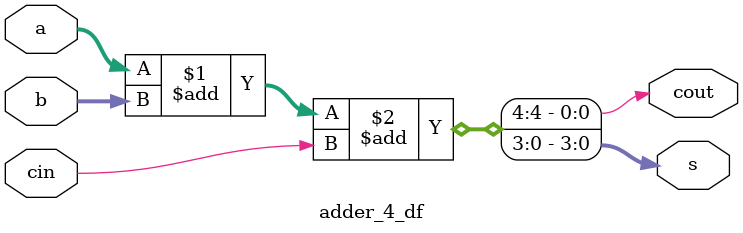
<source format=v>
module adder_4_df(s,cout,a,b,cin);

input [3:0]a,b;
input cin;
output [3:0]s;
output cout;

assign {cout,s} = a + b + cin;

endmodule
</source>
